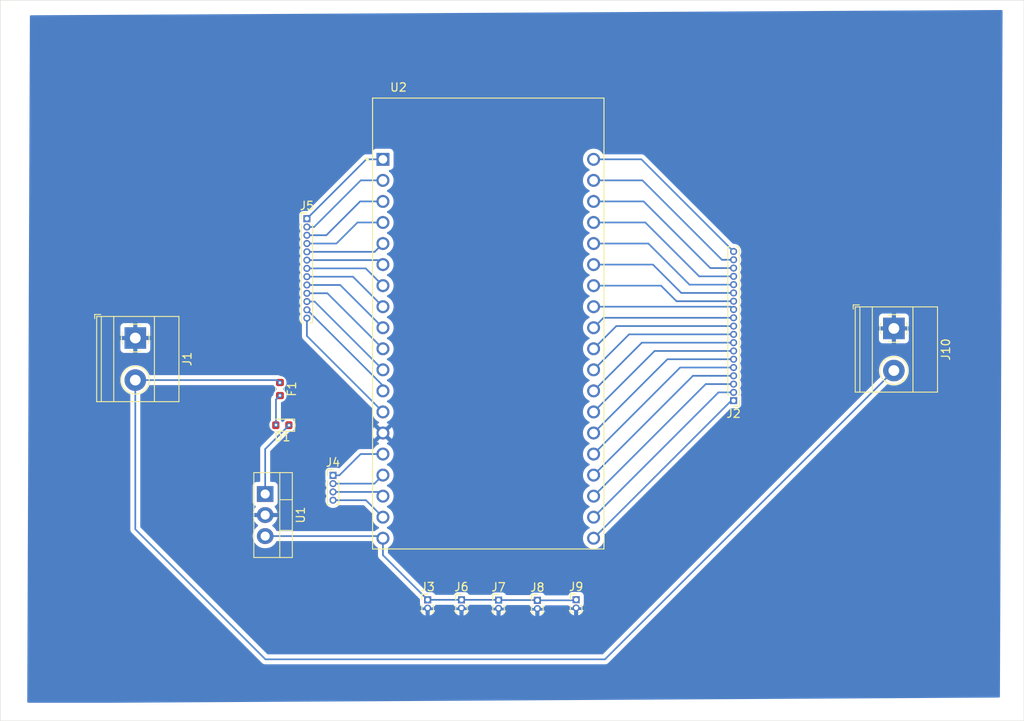
<source format=kicad_pcb>
(kicad_pcb (version 20240108) (generator "pcbnew") (generator_version "8.0")
  (layers (0 "F.Cu" signal) (31 "B.Cu" signal) (34 "B.Paste" user) (35 "F.Paste" user) (36 "B.SilkS" user "B.Silkscreen") (37 "F.SilkS" user "F.Silkscreen") (38 "B.Mask" user) (39 "F.Mask" user) (44 "Edge.Cuts" user))
  (net 0 "")
  (net 1 "+12V")
  (net 2 "Net-(D1-K)")
  (net 3 "GND")
  (net 4 "Net-(J4-Pin_1)")
  (net 5 "Net-(J5-Pin_1)")
  (net 6 "Net-(J2-Pin_1)")
  (net 7 "Net-(J3-Pin_1)")
  (net 8 "Net-(D1-A)")
  (net 9 "Net-(J2-Pin_2)")
  (net 10 "Net-(J2-Pin_3)")
  (net 11 "Net-(J4-Pin_4)")
  (net 12 "Net-(J4-Pin_3)")
  (net 13 "Net-(J4-Pin_2)")
  (net 14 "Net-(J5-Pin_3)")
  (net 15 "Net-(J5-Pin_2)")
  (net 16 "Net-(J2-Pin_4)")
  (net 17 "Net-(J2-Pin_6)")
  (net 18 "Net-(J2-Pin_5)")
  (net 19 "Net-(J5-Pin_12)")
  (net 20 "Net-(J5-Pin_5)")
  (net 21 "Net-(J5-Pin_6)")
  (net 22 "Net-(J5-Pin_8)")
  (net 23 "Net-(J5-Pin_9)")
  (net 24 "Net-(J5-Pin_4)")
  (net 25 "Net-(J5-Pin_13)")
  (net 26 "Net-(J5-Pin_11)")
  (net 27 "Net-(J5-Pin_10)")
  (net 28 "Net-(J5-Pin_7)")
  (net 29 "Net-(J2-Pin_13)")
  (net 30 "Net-(J2-Pin_12)")
  (net 31 "Net-(J2-Pin_17)")
  (net 32 "Net-(J2-Pin_15)")
  (net 33 "Net-(J2-Pin_7)")
  (net 34 "Net-(J2-Pin_14)")
  (net 35 "Net-(J2-Pin_18)")
  (net 36 "Net-(J2-Pin_9)")
  (net 37 "Net-(J2-Pin_8)")
  (net 38 "Net-(J2-Pin_19)")
  (net 39 "Net-(J2-Pin_10)")
  (net 40 "Net-(J2-Pin_16)")
  (net 41 "Net-(J2-Pin_11)")
  (footprint "Fuse:Fuse_0603_1608Metric" (layer "F.Cu") (at 153.87 125.3075 -90)
    (property "Reference" "F1" (at 0 -1.43 90) (layer "F.SilkS"))
    (property "Value" "Fuse")
    (fp_line (start -0.162779 0.51) (end 0.162779 0.51) (stroke (width 0.12)) (layer "F.SilkS"))
    (fp_line (start -0.162779 -0.51) (end 0.162779 -0.51) (stroke (width 0.12)) (layer "F.SilkS"))
    (pad "1" smd roundrect (at -0.7875 0 270) (size 0.875 0.95) (layers "F.Cu" "F.Paste" "F.Mask") (net 1 "+12V"))
    (pad "2" smd roundrect (at 0.7875 0 270) (size 0.875 0.95) (layers "F.Cu" "F.Paste" "F.Mask") (net 8 "Net-(D1-A)"))
  )
  (footprint "Connector_PinHeader_1.00mm:PinHeader_1x02_P1.00mm_Vertical" (layer "F.Cu") (at 184.91 150.8)
    (property "Reference" "J8" (at 0 -1.56 0) (layer "F.SilkS"))
    (property "Value" "Conn_01x02_Pin")
    (fp_line (start -0.695 -0.685) (end 0 -0.685) (stroke (width 0.12)) (layer "F.SilkS"))
    (fp_line (start -0.695 0) (end -0.695 -0.685) (stroke (width 0.12)) (layer "F.SilkS"))
    (fp_line (start -0.695 0.685) (end -0.695 1.56) (stroke (width 0.12)) (layer "F.SilkS"))
    (fp_line (start -0.695 0.685) (end -0.608276 0.685) (stroke (width 0.12)) (layer "F.SilkS"))
    (fp_line (start -0.695 1.56) (end -0.394493 1.56) (stroke (width 0.12)) (layer "F.SilkS"))
    (fp_line (start 0.394493 1.56) (end 0.695 1.56) (stroke (width 0.12)) (layer "F.SilkS"))
    (fp_line (start 0.608276 0.685) (end 0.695 0.685) (stroke (width 0.12)) (layer "F.SilkS"))
    (fp_line (start 0.695 0.685) (end 0.695 1.56) (stroke (width 0.12)) (layer "F.SilkS"))
    (pad "1" thru_hole rect (at 0 0) (size 0.85 0.85) (drill 0.5) (layers "*.Cu" "*.Mask") (net 7 "Net-(J3-Pin_1)"))
    (pad "2" thru_hole oval (at 0 1) (size 0.85 0.85) (drill 0.5) (layers "*.Cu" "*.Mask") (net 3 "GND"))
  )
  (footprint "TerminalBlock_Phoenix:TerminalBlock_Phoenix_MKDS-1,5-2-5.08_1x02_P5.08mm_Horizontal" (layer "F.Cu") (at 227.895 117.995 -90)
    (property "Reference" "J10" (at 2.54 -6.26 90) (layer "F.SilkS"))
    (property "Value" "Screw_Terminal_01x02")
    (fp_line (start -2.84 4.9) (end -2.34 4.9) (stroke (width 0.12)) (layer "F.SilkS"))
    (fp_line (start -2.6 4.66) (end 7.68 4.66) (stroke (width 0.12)) (layer "F.SilkS"))
    (fp_line (start -2.84 4.16) (end -2.84 4.9) (stroke (width 0.12)) (layer "F.SilkS"))
    (fp_line (start -2.6 4.1) (end 7.68 4.1) (stroke (width 0.12)) (layer "F.SilkS"))
    (fp_line (start -2.6 2.6) (end 7.68 2.6) (stroke (width 0.12)) (layer "F.SilkS"))
    (fp_line (start 4.046 1.239) (end 4.011 1.274) (stroke (width 0.12)) (layer "F.SilkS"))
    (fp_line (start 3.853 1.023) (end 3.806 1.069) (stroke (width 0.12)) (layer "F.SilkS"))
    (fp_line (start 6.355 -1.069) (end 6.308 -1.023) (stroke (width 0.12)) (layer "F.SilkS"))
    (fp_line (start 6.15 -1.275) (end 6.115 -1.239) (stroke (width 0.12)) (layer "F.SilkS"))
    (fp_line (start -2.6 -2.301) (end 7.68 -2.301) (stroke (width 0.12)) (layer "F.SilkS"))
    (fp_line (start -2.6 -5.261) (end -2.6 4.66) (stroke (width 0.12)) (layer "F.SilkS"))
    (fp_line (start -2.6 -5.261) (end 7.68 -5.261) (stroke (width 0.12)) (layer "F.SilkS"))
    (fp_line (start 7.68 -5.261) (end 7.68 4.66) (stroke (width 0.12)) (layer "F.SilkS"))
    (fp_arc (start 0.028805 1.680253) (mid -0.335551 1.646659) (end -0.684 1.535) (stroke (width 0.12)) (layer "F.SilkS"))
    (fp_arc (start 0.683318 1.534756) (mid 0.349292 1.643288) (end 0 1.68) (stroke (width 0.12)) (layer "F.SilkS"))
    (fp_arc (start -1.535427 0.683042) (mid -1.680501 -0.000524) (end -1.535 -0.684) (stroke (width 0.12)) (layer "F.SilkS"))
    (fp_arc (start 1.535427 -0.683042) (mid 1.680501 0.000524) (end 1.535 0.684) (stroke (width 0.12)) (layer "F.SilkS"))
    (fp_arc (start -0.683042 -1.535427) (mid 0.000524 -1.680501) (end 0.684 -1.535) (stroke (width 0.12)) (layer "F.SilkS"))
    (fp_circle (center 5.08 0) (end 6.76 0) (stroke (width 0.12)) (fill none) (layer "F.SilkS"))
    (pad "1" thru_hole rect (at 0 0 270) (size 2.6 2.6) (drill 1.3) (layers "*.Cu" "*.Mask") (net 3 "GND"))
    (pad "2" thru_hole circle (at 5.08 0 270) (size 2.6 2.6) (drill 1.3) (layers "*.Cu" "*.Mask") (net 1 "+12V"))
  )
  (footprint "Connector_PinHeader_1.00mm:PinHeader_1x19_P1.00mm_Vertical" (layer "F.Cu") (at 208.57 126.71 180)
    (property "Reference" "J2" (at 0 -1.56 0) (layer "F.SilkS"))
    (property "Value" "Conn_01x19_Pin")
    (fp_line (start 0.695 0.685) (end 0.695 18.56) (stroke (width 0.12)) (layer "F.SilkS"))
    (fp_line (start 0.608276 0.685) (end 0.695 0.685) (stroke (width 0.12)) (layer "F.SilkS"))
    (fp_line (start 0.394493 18.56) (end 0.695 18.56) (stroke (width 0.12)) (layer "F.SilkS"))
    (fp_line (start -0.695 18.56) (end -0.394493 18.56) (stroke (width 0.12)) (layer "F.SilkS"))
    (fp_line (start -0.695 0.685) (end -0.608276 0.685) (stroke (width 0.12)) (layer "F.SilkS"))
    (fp_line (start -0.695 0.685) (end -0.695 18.56) (stroke (width 0.12)) (layer "F.SilkS"))
    (fp_line (start -0.695 0) (end -0.695 -0.685) (stroke (width 0.12)) (layer "F.SilkS"))
    (fp_line (start -0.695 -0.685) (end 0 -0.685) (stroke (width 0.12)) (layer "F.SilkS"))
    (pad "1" thru_hole rect (at 0 0 180) (size 0.85 0.85) (drill 0.5) (layers "*.Cu" "*.Mask") (net 6 "Net-(J2-Pin_1)"))
    (pad "2" thru_hole oval (at 0 1 180) (size 0.85 0.85) (drill 0.5) (layers "*.Cu" "*.Mask") (net 9 "Net-(J2-Pin_2)"))
    (pad "3" thru_hole oval (at 0 2 180) (size 0.85 0.85) (drill 0.5) (layers "*.Cu" "*.Mask") (net 10 "Net-(J2-Pin_3)"))
    (pad "4" thru_hole oval (at 0 3 180) (size 0.85 0.85) (drill 0.5) (layers "*.Cu" "*.Mask") (net 16 "Net-(J2-Pin_4)"))
    (pad "5" thru_hole oval (at 0 4 180) (size 0.85 0.85) (drill 0.5) (layers "*.Cu" "*.Mask") (net 18 "Net-(J2-Pin_5)"))
    (pad "6" thru_hole oval (at 0 5 180) (size 0.85 0.85) (drill 0.5) (layers "*.Cu" "*.Mask") (net 17 "Net-(J2-Pin_6)"))
    (pad "7" thru_hole oval (at 0 6 180) (size 0.85 0.85) (drill 0.5) (layers "*.Cu" "*.Mask") (net 33 "Net-(J2-Pin_7)"))
    (pad "8" thru_hole oval (at 0 7 180) (size 0.85 0.85) (drill 0.5) (layers "*.Cu" "*.Mask") (net 37 "Net-(J2-Pin_8)"))
    (pad "9" thru_hole oval (at 0 8 180) (size 0.85 0.85) (drill 0.5) (layers "*.Cu" "*.Mask") (net 36 "Net-(J2-Pin_9)"))
    (pad "10" thru_hole oval (at 0 9 180) (size 0.85 0.85) (drill 0.5) (layers "*.Cu" "*.Mask") (net 39 "Net-(J2-Pin_10)"))
    (pad "11" thru_hole oval (at 0 10 180) (size 0.85 0.85) (drill 0.5) (layers "*.Cu" "*.Mask") (net 41 "Net-(J2-Pin_11)"))
    (pad "12" thru_hole oval (at 0 11 180) (size 0.85 0.85) (drill 0.5) (layers "*.Cu" "*.Mask") (net 30 "Net-(J2-Pin_12)"))
    (pad "13" thru_hole oval (at 0 12 180) (size 0.85 0.85) (drill 0.5) (layers "*.Cu" "*.Mask") (net 29 "Net-(J2-Pin_13)"))
    (pad "14" thru_hole oval (at 0 13 180) (size 0.85 0.85) (drill 0.5) (layers "*.Cu" "*.Mask") (net 34 "Net-(J2-Pin_14)"))
    (pad "15" thru_hole oval (at 0 14 180) (size 0.85 0.85) (drill 0.5) (layers "*.Cu" "*.Mask") (net 32 "Net-(J2-Pin_15)"))
    (pad "16" thru_hole oval (at 0 15 180) (size 0.85 0.85) (drill 0.5) (layers "*.Cu" "*.Mask") (net 40 "Net-(J2-Pin_16)"))
    (pad "17" thru_hole oval (at 0 16 180) (size 0.85 0.85) (drill 0.5) (layers "*.Cu" "*.Mask") (net 31 "Net-(J2-Pin_17)"))
    (pad "18" thru_hole oval (at 0 17 180) (size 0.85 0.85) (drill 0.5) (layers "*.Cu" "*.Mask") (net 35 "Net-(J2-Pin_18)"))
    (pad "19" thru_hole oval (at 0 18 180) (size 0.85 0.85) (drill 0.5) (layers "*.Cu" "*.Mask") (net 38 "Net-(J2-Pin_19)"))
  )
  (footprint "Package_TO_SOT_THT:TO-220-3_Vertical" (layer "F.Cu") (at 152.09 137.97 -90)
    (property "Reference" "U1" (at 2.54 -4.27 90) (layer "F.SilkS"))
    (property "Value" "LM7805_TO220")
    (fp_line (start -2.58 1.371) (end 7.66 1.371) (stroke (width 0.12)) (layer "F.SilkS"))
    (fp_line (start -2.58 -1.76) (end 7.66 -1.76) (stroke (width 0.12)) (layer "F.SilkS"))
    (fp_line (start -2.58 -3.27) (end -2.58 1.371) (stroke (width 0.12)) (layer "F.SilkS"))
    (fp_line (start -2.58 -3.27) (end 7.66 -3.27) (stroke (width 0.12)) (layer "F.SilkS"))
    (fp_line (start 0.69 -3.27) (end 0.69 -1.76) (stroke (width 0.12)) (layer "F.SilkS"))
    (fp_line (start 4.391 -3.27) (end 4.391 -1.76) (stroke (width 0.12)) (layer "F.SilkS"))
    (fp_line (start 7.66 -3.27) (end 7.66 1.371) (stroke (width 0.12)) (layer "F.SilkS"))
    (pad "1" thru_hole rect (at 0 0 270) (size 1.905 2) (drill 1.1) (layers "*.Cu" "*.Mask") (net 2 "Net-(D1-K)"))
    (pad "2" thru_hole oval (at 2.54 0 270) (size 1.905 2) (drill 1.1) (layers "*.Cu" "*.Mask") (net 3 "GND"))
    (pad "3" thru_hole oval (at 5.08 0 270) (size 1.905 2) (drill 1.1) (layers "*.Cu" "*.Mask") (net 7 "Net-(J3-Pin_1)"))
  )
  (footprint "Diode_SMD:D_0603_1608Metric" (layer "F.Cu") (at 154.1575 129.67 180)
    (property "Reference" "D1" (at 0 -1.43 0) (layer "F.SilkS"))
    (property "Value" "D")
    (fp_line (start 0.8 -0.735) (end -1.485 -0.735) (stroke (width 0.12)) (layer "F.SilkS"))
    (fp_line (start -1.485 0.735) (end 0.8 0.735) (stroke (width 0.12)) (layer "F.SilkS"))
    (fp_line (start -1.485 -0.735) (end -1.485 0.735) (stroke (width 0.12)) (layer "F.SilkS"))
    (pad "1" smd roundrect (at -0.7875 0 180) (size 0.875 0.95) (layers "F.Cu" "F.Paste" "F.Mask") (net 2 "Net-(D1-K)"))
    (pad "2" smd roundrect (at 0.7875 0 180) (size 0.875 0.95) (layers "F.Cu" "F.Paste" "F.Mask") (net 8 "Net-(D1-A)"))
  )
  (footprint "TerminalBlock_Phoenix:TerminalBlock_Phoenix_MKDS-1,5-2-5.08_1x02_P5.08mm_Horizontal" (layer "F.Cu") (at 136.43 119.15 -90)
    (property "Reference" "J1" (at 2.54 -6.26 90) (layer "F.SilkS"))
    (property "Value" "Screw_Terminal_01x02")
    (fp_line (start -2.84 4.9) (end -2.34 4.9) (stroke (width 0.12)) (layer "F.SilkS"))
    (fp_line (start -2.6 4.66) (end 7.68 4.66) (stroke (width 0.12)) (layer "F.SilkS"))
    (fp_line (start -2.84 4.16) (end -2.84 4.9) (stroke (width 0.12)) (layer "F.SilkS"))
    (fp_line (start -2.6 4.1) (end 7.68 4.1) (stroke (width 0.12)) (layer "F.SilkS"))
    (fp_line (start -2.6 2.6) (end 7.68 2.6) (stroke (width 0.12)) (layer "F.SilkS"))
    (fp_line (start 4.046 1.239) (end 4.011 1.274) (stroke (width 0.12)) (layer "F.SilkS"))
    (fp_line (start 3.853 1.023) (end 3.806 1.069) (stroke (width 0.12)) (layer "F.SilkS"))
    (fp_line (start 6.355 -1.069) (end 6.308 -1.023) (stroke (width 0.12)) (layer "F.SilkS"))
    (fp_line (start 6.15 -1.275) (end 6.115 -1.239) (stroke (width 0.12)) (layer "F.SilkS"))
    (fp_line (start -2.6 -2.301) (end 7.68 -2.301) (stroke (width 0.12)) (layer "F.SilkS"))
    (fp_line (start -2.6 -5.261) (end -2.6 4.66) (stroke (width 0.12)) (layer "F.SilkS"))
    (fp_line (start -2.6 -5.261) (end 7.68 -5.261) (stroke (width 0.12)) (layer "F.SilkS"))
    (fp_line (start 7.68 -5.261) (end 7.68 4.66) (stroke (width 0.12)) (layer "F.SilkS"))
    (fp_arc (start 0.028805 1.680253) (mid -0.335551 1.646659) (end -0.684 1.535) (stroke (width 0.12)) (layer "F.SilkS"))
    (fp_arc (start 0.683318 1.534756) (mid 0.349292 1.643288) (end 0 1.68) (stroke (width 0.12)) (layer "F.SilkS"))
    (fp_arc (start -1.535427 0.683042) (mid -1.680501 -0.000524) (end -1.535 -0.684) (stroke (width 0.12)) (layer "F.SilkS"))
    (fp_arc (start 1.535427 -0.683042) (mid 1.680501 0.000524) (end 1.535 0.684) (stroke (width 0.12)) (layer "F.SilkS"))
    (fp_arc (start -0.683042 -1.535427) (mid 0.000524 -1.680501) (end 0.684 -1.535) (stroke (width 0.12)) (layer "F.SilkS"))
    (fp_circle (center 5.08 0) (end 6.76 0) (stroke (width 0.12)) (fill none) (layer "F.SilkS"))
    (pad "1" thru_hole rect (at 0 0 270) (size 2.6 2.6) (drill 1.3) (layers "*.Cu" "*.Mask") (net 3 "GND"))
    (pad "2" thru_hole circle (at 5.08 0 270) (size 2.6 2.6) (drill 1.3) (layers "*.Cu" "*.Mask") (net 1 "+12V"))
  )
  (footprint "Connector_PinHeader_1.00mm:PinHeader_1x02_P1.00mm_Vertical" (layer "F.Cu") (at 175.76 150.74)
    (property "Reference" "J6" (at 0 -1.56 0) (layer "F.SilkS"))
    (property "Value" "Conn_01x02_Pin")
    (fp_line (start -0.695 -0.685) (end 0 -0.685) (stroke (width 0.12)) (layer "F.SilkS"))
    (fp_line (start -0.695 0) (end -0.695 -0.685) (stroke (width 0.12)) (layer "F.SilkS"))
    (fp_line (start -0.695 0.685) (end -0.695 1.56) (stroke (width 0.12)) (layer "F.SilkS"))
    (fp_line (start -0.695 0.685) (end -0.608276 0.685) (stroke (width 0.12)) (layer "F.SilkS"))
    (fp_line (start -0.695 1.56) (end -0.394493 1.56) (stroke (width 0.12)) (layer "F.SilkS"))
    (fp_line (start 0.394493 1.56) (end 0.695 1.56) (stroke (width 0.12)) (layer "F.SilkS"))
    (fp_line (start 0.608276 0.685) (end 0.695 0.685) (stroke (width 0.12)) (layer "F.SilkS"))
    (fp_line (start 0.695 0.685) (end 0.695 1.56) (stroke (width 0.12)) (layer "F.SilkS"))
    (pad "1" thru_hole rect (at 0 0) (size 0.85 0.85) (drill 0.5) (layers "*.Cu" "*.Mask") (net 7 "Net-(J3-Pin_1)"))
    (pad "2" thru_hole oval (at 0 1) (size 0.85 0.85) (drill 0.5) (layers "*.Cu" "*.Mask") (net 3 "GND"))
  )
  (footprint "Connector_PinHeader_1.00mm:PinHeader_1x02_P1.00mm_Vertical" (layer "F.Cu") (at 171.68 150.74)
    (property "Reference" "J3" (at 0 -1.56 0) (layer "F.SilkS"))
    (property "Value" "Conn_01x02_Pin")
    (fp_line (start -0.695 -0.685) (end 0 -0.685) (stroke (width 0.12)) (layer "F.SilkS"))
    (fp_line (start -0.695 0) (end -0.695 -0.685) (stroke (width 0.12)) (layer "F.SilkS"))
    (fp_line (start -0.695 0.685) (end -0.695 1.56) (stroke (width 0.12)) (layer "F.SilkS"))
    (fp_line (start -0.695 0.685) (end -0.608276 0.685) (stroke (width 0.12)) (layer "F.SilkS"))
    (fp_line (start -0.695 1.56) (end -0.394493 1.56) (stroke (width 0.12)) (layer "F.SilkS"))
    (fp_line (start 0.394493 1.56) (end 0.695 1.56) (stroke (width 0.12)) (layer "F.SilkS"))
    (fp_line (start 0.608276 0.685) (end 0.695 0.685) (stroke (width 0.12)) (layer "F.SilkS"))
    (fp_line (start 0.695 0.685) (end 0.695 1.56) (stroke (width 0.12)) (layer "F.SilkS"))
    (pad "1" thru_hole rect (at 0 0) (size 0.85 0.85) (drill 0.5) (layers "*.Cu" "*.Mask") (net 7 "Net-(J3-Pin_1)"))
    (pad "2" thru_hole oval (at 0 1) (size 0.85 0.85) (drill 0.5) (layers "*.Cu" "*.Mask") (net 3 "GND"))
  )
  (footprint "Connector_PinHeader_1.00mm:PinHeader_1x13_P1.00mm_Vertical" (layer "F.Cu") (at 157.12 104.75)
    (property "Reference" "J5" (at 0 -1.56 0) (layer "F.SilkS"))
    (property "Value" "Conn_01x13_Pin")
    (fp_line (start -0.695 -0.685) (end 0 -0.685) (stroke (width 0.12)) (layer "F.SilkS"))
    (fp_line (start -0.695 0) (end -0.695 -0.685) (stroke (width 0.12)) (layer "F.SilkS"))
    (fp_line (start -0.695 0.685) (end -0.695 12.56) (stroke (width 0.12)) (layer "F.SilkS"))
    (fp_line (start -0.695 0.685) (end -0.608276 0.685) (stroke (width 0.12)) (layer "F.SilkS"))
    (fp_line (start -0.695 12.56) (end -0.394493 12.56) (stroke (width 0.12)) (layer "F.SilkS"))
    (fp_line (start 0.394493 12.56) (end 0.695 12.56) (stroke (width 0.12)) (layer "F.SilkS"))
    (fp_line (start 0.608276 0.685) (end 0.695 0.685) (stroke (width 0.12)) (layer "F.SilkS"))
    (fp_line (start 0.695 0.685) (end 0.695 12.56) (stroke (width 0.12)) (layer "F.SilkS"))
    (pad "1" thru_hole rect (at 0 0) (size 0.85 0.85) (drill 0.5) (layers "*.Cu" "*.Mask") (net 5 "Net-(J5-Pin_1)"))
    (pad "2" thru_hole oval (at 0 1) (size 0.85 0.85) (drill 0.5) (layers "*.Cu" "*.Mask") (net 15 "Net-(J5-Pin_2)"))
    (pad "3" thru_hole oval (at 0 2) (size 0.85 0.85) (drill 0.5) (layers "*.Cu" "*.Mask") (net 14 "Net-(J5-Pin_3)"))
    (pad "4" thru_hole oval (at 0 3) (size 0.85 0.85) (drill 0.5) (layers "*.Cu" "*.Mask") (net 24 "Net-(J5-Pin_4)"))
    (pad "5" thru_hole oval (at 0 4) (size 0.85 0.85) (drill 0.5) (layers "*.Cu" "*.Mask") (net 20 "Net-(J5-Pin_5)"))
    (pad "6" thru_hole oval (at 0 5) (size 0.85 0.85) (drill 0.5) (layers "*.Cu" "*.Mask") (net 21 "Net-(J5-Pin_6)"))
    (pad "7" thru_hole oval (at 0 6) (size 0.85 0.85) (drill 0.5) (layers "*.Cu" "*.Mask") (net 28 "Net-(J5-Pin_7)"))
    (pad "8" thru_hole oval (at 0 7) (size 0.85 0.85) (drill 0.5) (layers "*.Cu" "*.Mask") (net 22 "Net-(J5-Pin_8)"))
    (pad "9" thru_hole oval (at 0 8) (size 0.85 0.85) (drill 0.5) (layers "*.Cu" "*.Mask") (net 23 "Net-(J5-Pin_9)"))
    (pad "10" thru_hole oval (at 0 9) (size 0.85 0.85) (drill 0.5) (layers "*.Cu" "*.Mask") (net 27 "Net-(J5-Pin_10)"))
    (pad "11" thru_hole oval (at 0 10) (size 0.85 0.85) (drill 0.5) (layers "*.Cu" "*.Mask") (net 26 "Net-(J5-Pin_11)"))
    (pad "12" thru_hole oval (at 0 11) (size 0.85 0.85) (drill 0.5) (layers "*.Cu" "*.Mask") (net 19 "Net-(J5-Pin_12)"))
    (pad "13" thru_hole oval (at 0 12) (size 0.85 0.85) (drill 0.5) (layers "*.Cu" "*.Mask") (net 25 "Net-(J5-Pin_13)"))
  )
  (footprint "Connector_PinHeader_1.00mm:PinHeader_1x04_P1.00mm_Vertical" (layer "F.Cu") (at 160.27 135.72)
    (property "Reference" "J4" (at 0 -1.56 0) (layer "F.SilkS"))
    (property "Value" "Conn_01x04_Pin")
    (fp_line (start -0.695 -0.685) (end 0 -0.685) (stroke (width 0.12)) (layer "F.SilkS"))
    (fp_line (start -0.695 0) (end -0.695 -0.685) (stroke (width 0.12)) (layer "F.SilkS"))
    (fp_line (start -0.695 0.685) (end -0.695 3.56) (stroke (width 0.12)) (layer "F.SilkS"))
    (fp_line (start -0.695 0.685) (end -0.608276 0.685) (stroke (width 0.12)) (layer "F.SilkS"))
    (fp_line (start -0.695 3.56) (end -0.394493 3.56) (stroke (width 0.12)) (layer "F.SilkS"))
    (fp_line (start 0.394493 3.56) (end 0.695 3.56) (stroke (width 0.12)) (layer "F.SilkS"))
    (fp_line (start 0.608276 0.685) (end 0.695 0.685) (stroke (width 0.12)) (layer "F.SilkS"))
    (fp_line (start 0.695 0.685) (end 0.695 3.56) (stroke (width 0.12)) (layer "F.SilkS"))
    (pad "1" thru_hole rect (at 0 0) (size 0.85 0.85) (drill 0.5) (layers "*.Cu" "*.Mask") (net 4 "Net-(J4-Pin_1)"))
    (pad "2" thru_hole oval (at 0 1) (size 0.85 0.85) (drill 0.5) (layers "*.Cu" "*.Mask") (net 13 "Net-(J4-Pin_2)"))
    (pad "3" thru_hole oval (at 0 2) (size 0.85 0.85) (drill 0.5) (layers "*.Cu" "*.Mask") (net 12 "Net-(J4-Pin_3)"))
    (pad "4" thru_hole oval (at 0 3) (size 0.85 0.85) (drill 0.5) (layers "*.Cu" "*.Mask") (net 11 "Net-(J4-Pin_4)"))
  )
  (footprint "Connector_PinHeader_1.00mm:PinHeader_1x02_P1.00mm_Vertical" (layer "F.Cu") (at 180.23 150.77)
    (property "Reference" "J7" (at 0 -1.56 0) (layer "F.SilkS"))
    (property "Value" "Conn_01x02_Pin")
    (fp_line (start -0.695 -0.685) (end 0 -0.685) (stroke (width 0.12)) (layer "F.SilkS"))
    (fp_line (start -0.695 0) (end -0.695 -0.685) (stroke (width 0.12)) (layer "F.SilkS"))
    (fp_line (start -0.695 0.685) (end -0.695 1.56) (stroke (width 0.12)) (layer "F.SilkS"))
    (fp_line (start -0.695 0.685) (end -0.608276 0.685) (stroke (width 0.12)) (layer "F.SilkS"))
    (fp_line (start -0.695 1.56) (end -0.394493 1.56) (stroke (width 0.12)) (layer "F.SilkS"))
    (fp_line (start 0.394493 1.56) (end 0.695 1.56) (stroke (width 0.12)) (layer "F.SilkS"))
    (fp_line (start 0.608276 0.685) (end 0.695 0.685) (stroke (width 0.12)) (layer "F.SilkS"))
    (fp_line (start 0.695 0.685) (end 0.695 1.56) (stroke (width 0.12)) (layer "F.SilkS"))
    (pad "1" thru_hole rect (at 0 0) (size 0.85 0.85) (drill 0.5) (layers "*.Cu" "*.Mask") (net 7 "Net-(J3-Pin_1)"))
    (pad "2" thru_hole oval (at 0 1) (size 0.85 0.85) (drill 0.5) (layers "*.Cu" "*.Mask") (net 3 "GND"))
  )
  (footprint "ESP32-DEVKITC-32D:MODULE_ESP32-DEVKITC-32D" (layer "F.Cu") (at 178.9875 117.35)
    (property "Reference" "U2" (at -10.829175 -28.446045 0) (layer "F.SilkS") (effects (font (size 1.000386 1.000386))))
    (property "Value" "ESP32-DEVKITC-32D")
    (fp_line (start -13.95 -27.15) (end 13.95 -27.15) (stroke (width 0.127)) (layer "F.SilkS"))
    (fp_line (start -13.95 27.25) (end -13.95 -27.15) (stroke (width 0.127)) (layer "F.SilkS"))
    (fp_line (start 13.95 -27.15) (end 13.95 27.25) (stroke (width 0.127)) (layer "F.SilkS"))
    (fp_line (start 13.95 27.25) (end -13.95 27.25) (stroke (width 0.127)) (layer "F.SilkS"))
    (fp_circle (center -14.6 -19.76) (end -14.5 -19.76) (stroke (width 0.2)) (fill none) (layer "F.SilkS"))
    (pad "J2-1" thru_hole rect (at -12.7 -19.76) (size 1.56 1.56) (drill 1.04) (layers "*.Cu" "*.Mask") (net 5 "Net-(J5-Pin_1)"))
    (pad "J2-2" thru_hole circle (at -12.7 -17.22) (size 1.56 1.56) (drill 1.04) (layers "*.Cu" "*.Mask") (net 15 "Net-(J5-Pin_2)"))
    (pad "J2-3" thru_hole circle (at -12.7 -14.68) (size 1.56 1.56) (drill 1.04) (layers "*.Cu" "*.Mask") (net 14 "Net-(J5-Pin_3)"))
    (pad "J2-4" thru_hole circle (at -12.7 -12.14) (size 1.56 1.56) (drill 1.04) (layers "*.Cu" "*.Mask") (net 24 "Net-(J5-Pin_4)"))
    (pad "J2-5" thru_hole circle (at -12.7 -9.6) (size 1.56 1.56) (drill 1.04) (layers "*.Cu" "*.Mask") (net 20 "Net-(J5-Pin_5)"))
    (pad "J2-6" thru_hole circle (at -12.7 -7.06) (size 1.56 1.56) (drill 1.04) (layers "*.Cu" "*.Mask") (net 21 "Net-(J5-Pin_6)"))
    (pad "J2-7" thru_hole circle (at -12.7 -4.52) (size 1.56 1.56) (drill 1.04) (layers "*.Cu" "*.Mask") (net 28 "Net-(J5-Pin_7)"))
    (pad "J2-8" thru_hole circle (at -12.7 -1.98) (size 1.56 1.56) (drill 1.04) (layers "*.Cu" "*.Mask") (net 22 "Net-(J5-Pin_8)"))
    (pad "J2-9" thru_hole circle (at -12.7 0.56) (size 1.56 1.56) (drill 1.04) (layers "*.Cu" "*.Mask") (net 23 "Net-(J5-Pin_9)"))
    (pad "J2-10" thru_hole circle (at -12.7 3.1) (size 1.56 1.56) (drill 1.04) (layers "*.Cu" "*.Mask") (net 27 "Net-(J5-Pin_10)"))
    (pad "J2-11" thru_hole circle (at -12.7 5.64) (size 1.56 1.56) (drill 1.04) (layers "*.Cu" "*.Mask") (net 26 "Net-(J5-Pin_11)"))
    (pad "J2-12" thru_hole circle (at -12.7 8.18) (size 1.56 1.56) (drill 1.04) (layers "*.Cu" "*.Mask") (net 19 "Net-(J5-Pin_12)"))
    (pad "J2-13" thru_hole circle (at -12.7 10.72) (size 1.56 1.56) (drill 1.04) (layers "*.Cu" "*.Mask") (net 25 "Net-(J5-Pin_13)"))
    (pad "J2-14" thru_hole circle (at -12.7 13.26) (size 1.56 1.56) (drill 1.04) (layers "*.Cu" "*.Mask") (net 3 "GND"))
    (pad "J2-15" thru_hole circle (at -12.7 15.8) (size 1.56 1.56) (drill 1.04) (layers "*.Cu" "*.Mask") (net 4 "Net-(J4-Pin_1)"))
    (pad "J2-16" thru_hole circle (at -12.7 18.34) (size 1.56 1.56) (drill 1.04) (layers "*.Cu" "*.Mask") (net 13 "Net-(J4-Pin_2)"))
    (pad "J2-17" thru_hole circle (at -12.7 20.88) (size 1.56 1.56) (drill 1.04) (layers "*.Cu" "*.Mask") (net 12 "Net-(J4-Pin_3)"))
    (pad "J2-18" thru_hole circle (at -12.7 23.42) (size 1.56 1.56) (drill 1.04) (layers "*.Cu" "*.Mask") (net 11 "Net-(J4-Pin_4)"))
    (pad "J2-19" thru_hole circle (at -12.7 25.96) (size 1.56 1.56) (drill 1.04) (layers "*.Cu" "*.Mask") (net 7 "Net-(J3-Pin_1)"))
    (pad "J3-1" thru_hole circle (at 12.7 -19.76) (size 1.56 1.56) (drill 1.04) (layers "*.Cu" "*.Mask") (net 38 "Net-(J2-Pin_19)"))
    (pad "J3-2" thru_hole circle (at 12.7 -17.22) (size 1.56 1.56) (drill 1.04) (layers "*.Cu" "*.Mask") (net 35 "Net-(J2-Pin_18)"))
    (pad "J3-3" thru_hole circle (at 12.7 -14.68) (size 1.56 1.56) (drill 1.04) (layers "*.Cu" "*.Mask") (net 31 "Net-(J2-Pin_17)"))
    (pad "J3-4" thru_hole circle (at 12.7 -12.14) (size 1.56 1.56) (drill 1.04) (layers "*.Cu" "*.Mask") (net 40 "Net-(J2-Pin_16)"))
    (pad "J3-5" thru_hole circle (at 12.7 -9.6) (size 1.56 1.56) (drill 1.04) (layers "*.Cu" "*.Mask") (net 32 "Net-(J2-Pin_15)"))
    (pad "J3-6" thru_hole circle (at 12.7 -7.06) (size 1.56 1.56) (drill 1.04) (layers "*.Cu" "*.Mask") (net 34 "Net-(J2-Pin_14)"))
    (pad "J3-7" thru_hole circle (at 12.7 -4.52) (size 1.56 1.56) (drill 1.04) (layers "*.Cu" "*.Mask") (net 29 "Net-(J2-Pin_13)"))
    (pad "J3-8" thru_hole circle (at 12.7 -1.98) (size 1.56 1.56) (drill 1.04) (layers "*.Cu" "*.Mask") (net 30 "Net-(J2-Pin_12)"))
    (pad "J3-9" thru_hole circle (at 12.7 0.56) (size 1.56 1.56) (drill 1.04) (layers "*.Cu" "*.Mask") (net 41 "Net-(J2-Pin_11)"))
    (pad "J3-10" thru_hole circle (at 12.7 3.1) (size 1.56 1.56) (drill 1.04) (layers "*.Cu" "*.Mask") (net 39 "Net-(J2-Pin_10)"))
    (pad "J3-11" thru_hole circle (at 12.7 5.64) (size 1.56 1.56) (drill 1.04) (layers "*.Cu" "*.Mask") (net 36 "Net-(J2-Pin_9)"))
    (pad "J3-12" thru_hole circle (at 12.7 8.18) (size 1.56 1.56) (drill 1.04) (layers "*.Cu" "*.Mask") (net 37 "Net-(J2-Pin_8)"))
    (pad "J3-13" thru_hole circle (at 12.7 10.72) (size 1.56 1.56) (drill 1.04) (layers "*.Cu" "*.Mask") (net 33 "Net-(J2-Pin_7)"))
    (pad "J3-14" thru_hole circle (at 12.7 13.26) (size 1.56 1.56) (drill 1.04) (layers "*.Cu" "*.Mask") (net 17 "Net-(J2-Pin_6)"))
    (pad "J3-15" thru_hole circle (at 12.7 15.8) (size 1.56 1.56) (drill 1.04) (layers "*.Cu" "*.Mask") (net 18 "Net-(J2-Pin_5)"))
    (pad "J3-16" thru_hole circle (at 12.7 18.34) (size 1.56 1.56) (drill 1.04) (layers "*.Cu" "*.Mask") (net 16 "Net-(J2-Pin_4)"))
    (pad "J3-17" thru_hole circle (at 12.7 20.88) (size 1.56 1.56) (drill 1.04) (layers "*.Cu" "*.Mask") (net 10 "Net-(J2-Pin_3)"))
    (pad "J3-18" thru_hole circle (at 12.7 23.42) (size 1.56 1.56) (drill 1.04) (layers "*.Cu" "*.Mask") (net 9 "Net-(J2-Pin_2)"))
    (pad "J3-19" thru_hole circle (at 12.7 25.96) (size 1.56 1.56) (drill 1.04) (layers "*.Cu" "*.Mask") (net 6 "Net-(J2-Pin_1)"))
  )
  (footprint "Connector_PinHeader_1.00mm:PinHeader_1x02_P1.00mm_Vertical" (layer "F.Cu") (at 189.58 150.72)
    (property "Reference" "J9" (at 0 -1.56 0) (layer "F.SilkS"))
    (property "Value" "Conn_01x02_Pin")
    (fp_line (start -0.695 -0.685) (end 0 -0.685) (stroke (width 0.12)) (layer "F.SilkS"))
    (fp_line (start -0.695 0) (end -0.695 -0.685) (stroke (width 0.12)) (layer "F.SilkS"))
    (fp_line (start -0.695 0.685) (end -0.695 1.56) (stroke (width 0.12)) (layer "F.SilkS"))
    (fp_line (start -0.695 0.685) (end -0.608276 0.685) (stroke (width 0.12)) (layer "F.SilkS"))
    (fp_line (start -0.695 1.56) (end -0.394493 1.56) (stroke (width 0.12)) (layer "F.SilkS"))
    (fp_line (start 0.394493 1.56) (end 0.695 1.56) (stroke (width 0.12)) (layer "F.SilkS"))
    (fp_line (start 0.608276 0.685) (end 0.695 0.685) (stroke (width 0.12)) (layer "F.SilkS"))
    (fp_line (start 0.695 0.685) (end 0.695 1.56) (stroke (width 0.12)) (layer "F.SilkS"))
    (pad "1" thru_hole rect (at 0 0) (size 0.85 0.85) (drill 0.5) (layers "*.Cu" "*.Mask") (net 7 "Net-(J3-Pin_1)"))
    (pad "2" thru_hole oval (at 0 1) (size 0.85 0.85) (drill 0.5) (layers "*.Cu" "*.Mask") (net 3 "GND"))
  )
  (gr_rect (start 120.14 78.39) (end 243.58 165.32) (stroke (width 0.05)) (fill none) (layer "Edge.Cuts"))
  (segment (start 136.72 124.52) (end 136.43 124.23) (width 0.2) (layer "F.Cu") (net 1))
  (via (at 153.86 124.53) (size 0.6) (drill 0.3) (layers "F.Cu" "B.Cu") (net 1))
  (segment (start 153.56 124.23) (end 153.86 124.53) (width 0.2) (layer "B.Cu") (net 1))
  (segment (start 136.43 142.23) (end 136.43 124.23) (width 0.2) (layer "B.Cu") (net 1))
  (segment (start 193.05 157.92) (end 152.12 157.92) (width 0.2) (layer "B.Cu") (net 1))
  (segment (start 227.895 123.075) (end 193.05 157.92) (width 0.2) (layer "B.Cu") (net 1))
  (segment (start 136.43 124.23) (end 153.56 124.23) (width 0.2) (layer "B.Cu") (net 1))
  (segment (start 152.12 157.92) (end 136.43 142.23) (width 0.2) (layer "B.Cu") (net 1))
  (via (at 154.96 129.68) (size 0.6) (drill 0.3) (layers "F.Cu" "B.Cu") (net 2))
  (segment (start 152.09 137.97) (end 152.09 132.55) (width 0.2) (layer "B.Cu") (net 2))
  (segment (start 152.09 132.55) (end 154.96 129.68) (width 0.2) (layer "B.Cu") (net 2))
  (segment (start 161.03 135.72) (end 160.27 135.72) (width 0.2) (layer "B.Cu") (net 4))
  (segment (start 166.2875 133.15) (end 163.6 133.15) (width 0.2) (layer "B.Cu") (net 4))
  (segment (start 163.6 133.15) (end 161.03 135.72) (width 0.2) (layer "B.Cu") (net 4))
  (segment (start 164.28 97.59) (end 157.12 104.75) (width 0.2) (layer "B.Cu") (net 5))
  (segment (start 166.2875 97.59) (end 164.28 97.59) (width 0.2) (layer "B.Cu") (net 5))
  (segment (start 208.2875 126.71) (end 191.6875 143.31) (width 0.2) (layer "B.Cu") (net 6))
  (segment (start 208.57 126.71) (end 208.2875 126.71) (width 0.2) (layer "B.Cu") (net 6))
  (segment (start 171.68 150.74) (end 175.76 150.74) (width 0.2) (layer "B.Cu") (net 7))
  (segment (start 184.88 150.77) (end 184.91 150.8) (width 0.2) (layer "B.Cu") (net 7))
  (segment (start 166.0275 143.05) (end 166.2875 143.31) (width 0.2) (layer "B.Cu") (net 7))
  (segment (start 166.2875 145.3475) (end 171.68 150.74) (width 0.2) (layer "B.Cu") (net 7))
  (segment (start 180.23 150.77) (end 184.88 150.77) (width 0.2) (layer "B.Cu") (net 7))
  (segment (start 180.2 150.74) (end 180.23 150.77) (width 0.2) (layer "B.Cu") (net 7))
  (segment (start 175.76 150.74) (end 180.2 150.74) (width 0.2) (layer "B.Cu") (net 7))
  (segment (start 166.2875 143.31) (end 166.2875 145.3475) (width 0.2) (layer "B.Cu") (net 7))
  (segment (start 189.5 150.8) (end 189.58 150.72) (width 0.2) (layer "B.Cu") (net 7))
  (segment (start 152.09 143.05) (end 166.0275 143.05) (width 0.2) (layer "B.Cu") (net 7))
  (segment (start 184.91 150.8) (end 189.5 150.8) (width 0.2) (layer "B.Cu") (net 7))
  (segment (start 153.39 129.64) (end 153.39 129.65) (width 0.2) (layer "F.Cu") (net 8))
  (segment (start 153.39 129.65) (end 153.37 129.67) (width 0.2) (layer "F.Cu") (net 8))
  (via (at 153.39 129.64) (size 0.6) (drill 0.3) (layers "F.Cu" "B.Cu") (net 8))
  (via (at 153.87 126.09) (size 0.6) (drill 0.3) (layers "F.Cu" "B.Cu") (net 8))
  (segment (start 153.39 126.57) (end 153.39 129.64) (width 0.2) (layer "B.Cu") (net 8))
  (segment (start 153.87 126.09) (end 153.39 126.57) (width 0.2) (layer "B.Cu") (net 8))
  (segment (start 206.7475 125.71) (end 191.6875 140.77) (width 0.2) (layer "B.Cu") (net 9))
  (segment (start 208.57 125.71) (end 206.7475 125.71) (width 0.2) (layer "B.Cu") (net 9))
  (segment (start 208.57 124.71) (end 205.2075 124.71) (width 0.2) (layer "B.Cu") (net 10))
  (segment (start 205.2075 124.71) (end 191.6875 138.23) (width 0.2) (layer "B.Cu") (net 10))
  (segment (start 166.2875 140.77) (end 164.2375 138.72) (width 0.2) (layer "B.Cu") (net 11))
  (segment (start 164.2375 138.72) (end 160.27 138.72) (width 0.2) (layer "B.Cu") (net 11))
  (segment (start 166.2875 138.23) (end 165.7775 137.72) (width 0.2) (layer "B.Cu") (net 12))
  (segment (start 165.7775 137.72) (end 160.27 137.72) (width 0.2) (layer "B.Cu") (net 12))
  (segment (start 166.2875 135.69) (end 165.2575 136.72) (width 0.2) (layer "B.Cu") (net 13))
  (segment (start 165.2575 136.72) (end 160.27 136.72) (width 0.2) (layer "B.Cu") (net 13))
  (segment (start 159.46 106.75) (end 157.12 106.75) (width 0.2) (layer "B.Cu") (net 14))
  (segment (start 163.54 102.67) (end 159.46 106.75) (width 0.2) (layer "B.Cu") (net 14))
  (segment (start 166.2875 102.67) (end 163.54 102.67) (width 0.2) (layer "B.Cu") (net 14))
  (segment (start 157.99 105.75) (end 157.12 105.75) (width 0.2) (layer "B.Cu") (net 15))
  (segment (start 166.2875 100.13) (end 163.61 100.13) (width 0.2) (layer "B.Cu") (net 15))
  (segment (start 163.61 100.13) (end 157.99 105.75) (width 0.2) (layer "B.Cu") (net 15))
  (segment (start 191.6875 135.69) (end 203.6675 123.71) (width 0.2) (layer "B.Cu") (net 16))
  (segment (start 203.6675 123.71) (end 208.57 123.71) (width 0.2) (layer "B.Cu") (net 16))
  (segment (start 191.6875 130.61) (end 200.5875 121.71) (width 0.2) (layer "B.Cu") (net 17))
  (segment (start 200.5875 121.71) (end 208.57 121.71) (width 0.2) (layer "B.Cu") (net 17))
  (segment (start 202.1275 122.71) (end 208.57 122.71) (width 0.2) (layer "B.Cu") (net 18))
  (segment (start 191.6875 133.15) (end 202.1275 122.71) (width 0.2) (layer "B.Cu") (net 18))
  (segment (start 166.2875 124.892195) (end 157.145305 115.75) (width 0.2) (layer "B.Cu") (net 19))
  (segment (start 157.145305 115.75) (end 157.12 115.75) (width 0.2) (layer "B.Cu") (net 19))
  (segment (start 166.2875 125.53) (end 166.2875 124.892195) (width 0.2) (layer "B.Cu") (net 19))
  (segment (start 165.2875 108.75) (end 157.12 108.75) (width 0.2) (layer "B.Cu") (net 20))
  (segment (start 166.2875 107.75) (end 165.2875 108.75) (width 0.2) (layer "B.Cu") (net 20))
  (segment (start 166.2875 110.29) (end 165.7475 109.75) (width 0.2) (layer "B.Cu") (net 21))
  (segment (start 165.7475 109.75) (end 157.12 109.75) (width 0.2) (layer "B.Cu") (net 21))
  (segment (start 162.6675 111.75) (end 157.12 111.75) (width 0.2) (layer "B.Cu") (net 22))
  (segment (start 166.2875 115.37) (end 162.6675 111.75) (width 0.2) (layer "B.Cu") (net 22))
  (segment (start 166.2875 117.91) (end 161.1275 112.75) (width 0.2) (layer "B.Cu") (net 23))
  (segment (start 161.1275 112.75) (end 157.12 112.75) (width 0.2) (layer "B.Cu") (net 23))
  (segment (start 163.22 105.21) (end 160.68 107.75) (width 0.2) (layer "B.Cu") (net 24))
  (segment (start 166.2875 105.21) (end 163.22 105.21) (width 0.2) (layer "B.Cu") (net 24))
  (segment (start 160.68 107.75) (end 157.12 107.75) (width 0.2) (layer "B.Cu") (net 24))
  (segment (start 166.2875 128.07) (end 157.12 118.9025) (width 0.2) (layer "B.Cu") (net 25))
  (segment (start 157.12 118.9025) (end 157.12 116.75) (width 0.2) (layer "B.Cu") (net 25))
  (segment (start 166.2875 122.99) (end 158.0475 114.75) (width 0.2) (layer "B.Cu") (net 26))
  (segment (start 158.0475 114.75) (end 157.12 114.75) (width 0.2) (layer "B.Cu") (net 26))
  (segment (start 159.5875 113.75) (end 157.12 113.75) (width 0.2) (layer "B.Cu") (net 27))
  (segment (start 166.2875 120.45) (end 159.5875 113.75) (width 0.2) (layer "B.Cu") (net 27))
  (segment (start 164.2075 110.75) (end 157.12 110.75) (width 0.2) (layer "B.Cu") (net 28))
  (segment (start 166.2875 112.83) (end 164.2075 110.75) (width 0.2) (layer "B.Cu") (net 28))
  (segment (start 191.6875 112.83) (end 199.81 112.83) (width 0.2) (layer "B.Cu") (net 29))
  (segment (start 201.69 114.71) (end 208.57 114.71) (width 0.2) (layer "B.Cu") (net 29))
  (segment (start 199.81 112.83) (end 201.69 114.71) (width 0.2) (layer "B.Cu") (net 29))
  (segment (start 191.6875 115.37) (end 208.23 115.37) (width 0.2) (layer "B.Cu") (net 30))
  (segment (start 208.23 115.37) (end 208.57 115.71) (width 0.2) (layer "B.Cu") (net 30))
  (segment (start 205.76 110.71) (end 208.57 110.71) (width 0.2) (layer "B.Cu") (net 31))
  (segment (start 191.6875 102.67) (end 197.72 102.67) (width 0.2) (layer "B.Cu") (net 31))
  (segment (start 197.72 102.67) (end 205.76 110.71) (width 0.2) (layer "B.Cu") (net 31))
  (segment (start 198.29 107.75) (end 203.25 112.71) (width 0.2) (layer "B.Cu") (net 32))
  (segment (start 191.6875 107.75) (end 198.29 107.75) (width 0.2) (layer "B.Cu") (net 32))
  (segment (start 203.25 112.71) (end 208.57 112.71) (width 0.2) (layer "B.Cu") (net 32))
  (segment (start 191.6875 128.07) (end 199.0475 120.71) (width 0.2) (layer "B.Cu") (net 33))
  (segment (start 199.0475 120.71) (end 208.57 120.71) (width 0.2) (layer "B.Cu") (net 33))
  (segment (start 198.84 110.29) (end 202.26 113.71) (width 0.2) (layer "B.Cu") (net 34))
  (segment (start 202.26 113.71) (end 208.57 113.71) (width 0.2) (layer "B.Cu") (net 34))
  (segment (start 191.6875 110.29) (end 198.84 110.29) (width 0.2) (layer "B.Cu") (net 34))
  (segment (start 191.6875 100.13) (end 197.58 100.13) (width 0.2) (layer "B.Cu") (net 35))
  (segment (start 207.16 109.71) (end 208.57 109.71) (width 0.2) (layer "B.Cu") (net 35))
  (segment (start 197.58 100.13) (end 207.16 109.71) (width 0.2) (layer "B.Cu") (net 35))
  (segment (start 195.9675 118.71) (end 208.57 118.71) (width 0.2) (layer "B.Cu") (net 36))
  (segment (start 191.6875 122.99) (end 195.9675 118.71) (width 0.2) (layer "B.Cu") (net 36))
  (segment (start 191.6875 125.53) (end 197.5075 119.71) (width 0.2) (layer "B.Cu") (net 37))
  (segment (start 197.5075 119.71) (end 208.57 119.71) (width 0.2) (layer "B.Cu") (net 37))
  (segment (start 191.6875 97.59) (end 197.45 97.59) (width 0.2) (layer "B.Cu") (net 38))
  (segment (start 197.45 97.59) (end 208.57 108.71) (width 0.2) (layer "B.Cu") (net 38))
  (segment (start 191.6875 120.45) (end 194.4275 117.71) (width 0.2) (layer "B.Cu") (net 39))
  (segment (start 194.4275 117.71) (end 208.57 117.71) (width 0.2) (layer "B.Cu") (net 39))
  (segment (start 204.42 111.71) (end 208.57 111.71) (width 0.2) (layer "B.Cu") (net 40))
  (segment (start 197.92 105.21) (end 204.42 111.71) (width 0.2) (layer "B.Cu") (net 40))
  (segment (start 191.6875 105.21) (end 197.92 105.21) (width 0.2) (layer "B.Cu") (net 40))
  (segment (start 192.8875 116.71) (end 208.57 116.71) (width 0.2) (layer "B.Cu") (net 41))
  (segment (start 191.6875 117.91) (end 192.8875 116.71) (width 0.2) (layer "B.Cu") (net 41))
  (zone (net 3) (net_name "GND") (layer "B.Cu") (connect_pads (clearance 0.5)) (min_thickness 0.25) (fill yes (thermal_gap 0.5) (thermal_bridge_width 0.5))
    (polygon (pts (xy 133.57 163.16) (xy 240.68 162.53) (xy 241 79.57) (xy 123.72 80.21) (xy 123.4 163.16)))
  )
)
</source>
